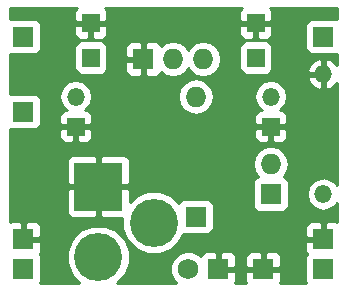
<source format=gbl>
G04 (created by PCBNEW (22-Jun-2014 BZR 4027)-stable) date Sun 09 Jul 2017 03:14:30 PM CDT*
%MOIN*%
G04 Gerber Fmt 3.4, Leading zero omitted, Abs format*
%FSLAX34Y34*%
G01*
G70*
G90*
G04 APERTURE LIST*
%ADD10C,0.00590551*%
%ADD11R,0.069X0.069*%
%ADD12O,0.069X0.069*%
%ADD13C,0.069*%
%ADD14O,0.059X0.059*%
%ADD15R,0.059X0.064*%
%ADD16R,0.16X0.16*%
%ADD17C,0.16*%
%ADD18R,0.059X0.059*%
%ADD19C,0.01*%
G04 APERTURE END LIST*
G54D10*
G54D11*
X102000Y-45000D03*
G54D12*
X103000Y-45000D03*
X104000Y-45000D03*
G54D11*
X104500Y-52000D03*
G54D13*
X103500Y-52000D03*
G54D11*
X106000Y-52000D03*
X98000Y-46750D03*
X108000Y-52000D03*
X108000Y-51000D03*
X108000Y-44250D03*
X98000Y-44250D03*
G54D14*
X108000Y-45500D03*
X108000Y-49500D03*
G54D11*
X106250Y-49500D03*
G54D12*
X106250Y-48500D03*
G54D11*
X103750Y-50250D03*
G54D12*
X103750Y-46250D03*
G54D15*
X100250Y-43800D03*
X100250Y-44950D03*
X105750Y-43800D03*
X105750Y-44950D03*
G54D16*
X100500Y-49250D03*
G54D17*
X100500Y-51600D03*
X102350Y-50450D03*
G54D11*
X98000Y-52000D03*
X98000Y-51000D03*
G54D18*
X99750Y-47250D03*
G54D14*
X99750Y-46250D03*
G54D18*
X106250Y-47250D03*
G54D14*
X106250Y-46250D03*
G54D10*
G36*
X108450Y-50427D02*
X108394Y-50404D01*
X108112Y-50405D01*
X108050Y-50467D01*
X108050Y-50950D01*
X108057Y-50950D01*
X108057Y-51050D01*
X108050Y-51050D01*
X108050Y-51057D01*
X107950Y-51057D01*
X107950Y-51050D01*
X107950Y-50950D01*
X107950Y-50467D01*
X107887Y-50405D01*
X107605Y-50404D01*
X107513Y-50442D01*
X107443Y-50513D01*
X107405Y-50605D01*
X107404Y-50704D01*
X107405Y-50887D01*
X107467Y-50950D01*
X107950Y-50950D01*
X107950Y-51050D01*
X107467Y-51050D01*
X107405Y-51112D01*
X107404Y-51295D01*
X107405Y-51394D01*
X107443Y-51486D01*
X107456Y-51500D01*
X107443Y-51513D01*
X107405Y-51605D01*
X107404Y-51704D01*
X107404Y-52394D01*
X107427Y-52450D01*
X106845Y-52450D01*
X106845Y-49795D01*
X106845Y-49105D01*
X106807Y-49013D01*
X106736Y-48943D01*
X106679Y-48919D01*
X106799Y-48739D01*
X106845Y-48511D01*
X106845Y-48488D01*
X106799Y-48260D01*
X106795Y-48253D01*
X106795Y-47594D01*
X106795Y-46905D01*
X106757Y-46813D01*
X106686Y-46743D01*
X106594Y-46705D01*
X106547Y-46705D01*
X106635Y-46646D01*
X106753Y-46469D01*
X106795Y-46260D01*
X106795Y-46239D01*
X106753Y-46030D01*
X106635Y-45853D01*
X106458Y-45735D01*
X106295Y-45703D01*
X106295Y-45220D01*
X106295Y-44580D01*
X106295Y-44169D01*
X106295Y-43912D01*
X106232Y-43850D01*
X105800Y-43850D01*
X105800Y-44307D01*
X105862Y-44370D01*
X105995Y-44370D01*
X106094Y-44369D01*
X106186Y-44331D01*
X106257Y-44261D01*
X106295Y-44169D01*
X106295Y-44580D01*
X106257Y-44488D01*
X106186Y-44418D01*
X106094Y-44380D01*
X105995Y-44379D01*
X105700Y-44379D01*
X105700Y-44307D01*
X105700Y-43850D01*
X105267Y-43850D01*
X105205Y-43912D01*
X105204Y-44169D01*
X105242Y-44261D01*
X105313Y-44331D01*
X105405Y-44369D01*
X105504Y-44370D01*
X105637Y-44370D01*
X105700Y-44307D01*
X105700Y-44379D01*
X105405Y-44379D01*
X105313Y-44417D01*
X105243Y-44488D01*
X105205Y-44580D01*
X105204Y-44679D01*
X105204Y-45319D01*
X105242Y-45411D01*
X105313Y-45481D01*
X105405Y-45519D01*
X105504Y-45520D01*
X106094Y-45520D01*
X106186Y-45482D01*
X106256Y-45411D01*
X106294Y-45319D01*
X106295Y-45220D01*
X106295Y-45703D01*
X106250Y-45694D01*
X106041Y-45735D01*
X105864Y-45853D01*
X105746Y-46030D01*
X105705Y-46239D01*
X105705Y-46260D01*
X105746Y-46469D01*
X105864Y-46646D01*
X105952Y-46705D01*
X105905Y-46705D01*
X105813Y-46743D01*
X105742Y-46813D01*
X105704Y-46905D01*
X105705Y-47137D01*
X105767Y-47200D01*
X106200Y-47200D01*
X106200Y-47192D01*
X106300Y-47192D01*
X106300Y-47200D01*
X106732Y-47200D01*
X106795Y-47137D01*
X106795Y-46905D01*
X106795Y-47594D01*
X106795Y-47362D01*
X106732Y-47300D01*
X106300Y-47300D01*
X106300Y-47732D01*
X106362Y-47795D01*
X106495Y-47795D01*
X106594Y-47794D01*
X106686Y-47756D01*
X106757Y-47686D01*
X106795Y-47594D01*
X106795Y-48253D01*
X106670Y-48067D01*
X106477Y-47938D01*
X106250Y-47893D01*
X106200Y-47903D01*
X106200Y-47732D01*
X106200Y-47300D01*
X105767Y-47300D01*
X105705Y-47362D01*
X105704Y-47594D01*
X105742Y-47686D01*
X105813Y-47756D01*
X105905Y-47794D01*
X106004Y-47795D01*
X106137Y-47795D01*
X106200Y-47732D01*
X106200Y-47903D01*
X106022Y-47938D01*
X105829Y-48067D01*
X105700Y-48260D01*
X105655Y-48488D01*
X105655Y-48511D01*
X105700Y-48739D01*
X105820Y-48919D01*
X105763Y-48942D01*
X105693Y-49013D01*
X105655Y-49105D01*
X105654Y-49204D01*
X105654Y-49894D01*
X105692Y-49986D01*
X105763Y-50056D01*
X105855Y-50094D01*
X105954Y-50095D01*
X106644Y-50095D01*
X106736Y-50057D01*
X106806Y-49986D01*
X106844Y-49894D01*
X106845Y-49795D01*
X106845Y-52450D01*
X106572Y-52450D01*
X106594Y-52394D01*
X106595Y-52295D01*
X106595Y-51704D01*
X106594Y-51605D01*
X106556Y-51513D01*
X106486Y-51442D01*
X106394Y-51404D01*
X106112Y-51405D01*
X106050Y-51467D01*
X106050Y-51950D01*
X106532Y-51950D01*
X106595Y-51887D01*
X106595Y-51704D01*
X106595Y-52295D01*
X106595Y-52112D01*
X106532Y-52050D01*
X106050Y-52050D01*
X106050Y-52057D01*
X105950Y-52057D01*
X105950Y-52050D01*
X105950Y-51950D01*
X105950Y-51467D01*
X105887Y-51405D01*
X105605Y-51404D01*
X105513Y-51442D01*
X105443Y-51513D01*
X105405Y-51605D01*
X105404Y-51704D01*
X105405Y-51887D01*
X105467Y-51950D01*
X105950Y-51950D01*
X105950Y-52050D01*
X105467Y-52050D01*
X105405Y-52112D01*
X105404Y-52295D01*
X105405Y-52394D01*
X105427Y-52450D01*
X105072Y-52450D01*
X105094Y-52394D01*
X105095Y-52295D01*
X105095Y-51704D01*
X105094Y-51605D01*
X105056Y-51513D01*
X104986Y-51442D01*
X104894Y-51404D01*
X104612Y-51405D01*
X104595Y-51422D01*
X104595Y-45011D01*
X104595Y-44988D01*
X104549Y-44760D01*
X104420Y-44567D01*
X104227Y-44438D01*
X104000Y-44393D01*
X103772Y-44438D01*
X103579Y-44567D01*
X103499Y-44686D01*
X103420Y-44567D01*
X103227Y-44438D01*
X103000Y-44393D01*
X102772Y-44438D01*
X102579Y-44567D01*
X102557Y-44513D01*
X102486Y-44443D01*
X102394Y-44405D01*
X102295Y-44404D01*
X102112Y-44405D01*
X102050Y-44467D01*
X102050Y-44950D01*
X102057Y-44950D01*
X102057Y-45050D01*
X102050Y-45050D01*
X102050Y-45532D01*
X102112Y-45595D01*
X102295Y-45595D01*
X102394Y-45594D01*
X102486Y-45556D01*
X102557Y-45486D01*
X102579Y-45432D01*
X102772Y-45561D01*
X103000Y-45606D01*
X103227Y-45561D01*
X103420Y-45432D01*
X103500Y-45313D01*
X103579Y-45432D01*
X103772Y-45561D01*
X104000Y-45606D01*
X104227Y-45561D01*
X104420Y-45432D01*
X104549Y-45239D01*
X104595Y-45011D01*
X104595Y-51422D01*
X104550Y-51467D01*
X104550Y-51950D01*
X105032Y-51950D01*
X105095Y-51887D01*
X105095Y-51704D01*
X105095Y-52295D01*
X105095Y-52112D01*
X105032Y-52050D01*
X104550Y-52050D01*
X104550Y-52057D01*
X104450Y-52057D01*
X104450Y-52050D01*
X104442Y-52050D01*
X104442Y-51950D01*
X104450Y-51950D01*
X104450Y-51467D01*
X104387Y-51405D01*
X104345Y-51404D01*
X104345Y-50545D01*
X104345Y-49855D01*
X104345Y-49855D01*
X104345Y-46261D01*
X104345Y-46238D01*
X104299Y-46010D01*
X104170Y-45817D01*
X103977Y-45688D01*
X103750Y-45643D01*
X103522Y-45688D01*
X103329Y-45817D01*
X103200Y-46010D01*
X103155Y-46238D01*
X103155Y-46261D01*
X103200Y-46489D01*
X103329Y-46682D01*
X103522Y-46811D01*
X103750Y-46856D01*
X103977Y-46811D01*
X104170Y-46682D01*
X104299Y-46489D01*
X104345Y-46261D01*
X104345Y-49855D01*
X104307Y-49763D01*
X104236Y-49693D01*
X104144Y-49655D01*
X104045Y-49654D01*
X103355Y-49654D01*
X103263Y-49692D01*
X103193Y-49763D01*
X103179Y-49795D01*
X102945Y-49560D01*
X102559Y-49400D01*
X102142Y-49399D01*
X101950Y-49479D01*
X101950Y-45532D01*
X101950Y-45050D01*
X101950Y-44950D01*
X101950Y-44467D01*
X101887Y-44405D01*
X101704Y-44404D01*
X101605Y-44405D01*
X101513Y-44443D01*
X101442Y-44513D01*
X101404Y-44605D01*
X101405Y-44887D01*
X101467Y-44950D01*
X101950Y-44950D01*
X101950Y-45050D01*
X101467Y-45050D01*
X101405Y-45112D01*
X101404Y-45394D01*
X101442Y-45486D01*
X101513Y-45556D01*
X101605Y-45594D01*
X101704Y-45595D01*
X101887Y-45595D01*
X101950Y-45532D01*
X101950Y-49479D01*
X101756Y-49559D01*
X101550Y-49764D01*
X101550Y-48400D01*
X101512Y-48308D01*
X101441Y-48238D01*
X101349Y-48200D01*
X101250Y-48199D01*
X100795Y-48199D01*
X100795Y-45220D01*
X100795Y-44580D01*
X100795Y-44169D01*
X100795Y-43912D01*
X100732Y-43850D01*
X100300Y-43850D01*
X100300Y-44307D01*
X100362Y-44370D01*
X100495Y-44370D01*
X100594Y-44369D01*
X100686Y-44331D01*
X100757Y-44261D01*
X100795Y-44169D01*
X100795Y-44580D01*
X100757Y-44488D01*
X100686Y-44418D01*
X100594Y-44380D01*
X100495Y-44379D01*
X100200Y-44379D01*
X100200Y-44307D01*
X100200Y-43850D01*
X99767Y-43850D01*
X99705Y-43912D01*
X99704Y-44169D01*
X99742Y-44261D01*
X99813Y-44331D01*
X99905Y-44369D01*
X100004Y-44370D01*
X100137Y-44370D01*
X100200Y-44307D01*
X100200Y-44379D01*
X99905Y-44379D01*
X99813Y-44417D01*
X99743Y-44488D01*
X99705Y-44580D01*
X99704Y-44679D01*
X99704Y-45319D01*
X99742Y-45411D01*
X99813Y-45481D01*
X99905Y-45519D01*
X100004Y-45520D01*
X100594Y-45520D01*
X100686Y-45482D01*
X100756Y-45411D01*
X100794Y-45319D01*
X100795Y-45220D01*
X100795Y-48199D01*
X100612Y-48200D01*
X100550Y-48262D01*
X100550Y-49200D01*
X101487Y-49200D01*
X101550Y-49137D01*
X101550Y-48400D01*
X101550Y-49764D01*
X101550Y-49764D01*
X101550Y-49362D01*
X101487Y-49300D01*
X100550Y-49300D01*
X100550Y-50237D01*
X100612Y-50300D01*
X101250Y-50300D01*
X101300Y-50299D01*
X101299Y-50657D01*
X101459Y-51044D01*
X101754Y-51339D01*
X102140Y-51499D01*
X102557Y-51500D01*
X102944Y-51340D01*
X103239Y-51045D01*
X103327Y-50833D01*
X103355Y-50844D01*
X103454Y-50845D01*
X104144Y-50845D01*
X104236Y-50807D01*
X104306Y-50736D01*
X104344Y-50644D01*
X104345Y-50545D01*
X104345Y-51404D01*
X104105Y-51404D01*
X104013Y-51442D01*
X103943Y-51513D01*
X103917Y-51575D01*
X103837Y-51495D01*
X103618Y-51405D01*
X103382Y-51404D01*
X103163Y-51495D01*
X102995Y-51662D01*
X102905Y-51881D01*
X102904Y-52117D01*
X102995Y-52336D01*
X103108Y-52450D01*
X101134Y-52450D01*
X101389Y-52195D01*
X101549Y-51809D01*
X101550Y-51392D01*
X101390Y-51006D01*
X101095Y-50710D01*
X100709Y-50550D01*
X100450Y-50549D01*
X100450Y-50237D01*
X100450Y-49300D01*
X100450Y-49200D01*
X100450Y-48262D01*
X100387Y-48200D01*
X100295Y-48199D01*
X100295Y-47594D01*
X100295Y-46905D01*
X100257Y-46813D01*
X100186Y-46743D01*
X100094Y-46705D01*
X100047Y-46705D01*
X100135Y-46646D01*
X100253Y-46469D01*
X100295Y-46260D01*
X100295Y-46239D01*
X100253Y-46030D01*
X100135Y-45853D01*
X99958Y-45735D01*
X99750Y-45694D01*
X99541Y-45735D01*
X99364Y-45853D01*
X99246Y-46030D01*
X99205Y-46239D01*
X99205Y-46260D01*
X99246Y-46469D01*
X99364Y-46646D01*
X99452Y-46705D01*
X99405Y-46705D01*
X99313Y-46743D01*
X99242Y-46813D01*
X99204Y-46905D01*
X99205Y-47137D01*
X99267Y-47200D01*
X99700Y-47200D01*
X99700Y-47192D01*
X99800Y-47192D01*
X99800Y-47200D01*
X100232Y-47200D01*
X100295Y-47137D01*
X100295Y-46905D01*
X100295Y-47594D01*
X100295Y-47362D01*
X100232Y-47300D01*
X99800Y-47300D01*
X99800Y-47732D01*
X99862Y-47795D01*
X99995Y-47795D01*
X100094Y-47794D01*
X100186Y-47756D01*
X100257Y-47686D01*
X100295Y-47594D01*
X100295Y-48199D01*
X99749Y-48199D01*
X99700Y-48200D01*
X99700Y-47732D01*
X99700Y-47300D01*
X99267Y-47300D01*
X99205Y-47362D01*
X99204Y-47594D01*
X99242Y-47686D01*
X99313Y-47756D01*
X99405Y-47794D01*
X99504Y-47795D01*
X99637Y-47795D01*
X99700Y-47732D01*
X99700Y-48200D01*
X99650Y-48200D01*
X99558Y-48238D01*
X99487Y-48308D01*
X99449Y-48400D01*
X99450Y-49137D01*
X99512Y-49200D01*
X100450Y-49200D01*
X100450Y-49300D01*
X99512Y-49300D01*
X99450Y-49362D01*
X99449Y-50099D01*
X99487Y-50191D01*
X99558Y-50261D01*
X99650Y-50299D01*
X99749Y-50300D01*
X100387Y-50300D01*
X100450Y-50237D01*
X100450Y-50549D01*
X100292Y-50549D01*
X99906Y-50709D01*
X99610Y-51004D01*
X99450Y-51390D01*
X99449Y-51807D01*
X99609Y-52194D01*
X99864Y-52450D01*
X98572Y-52450D01*
X98594Y-52394D01*
X98595Y-52295D01*
X98595Y-51605D01*
X98557Y-51513D01*
X98543Y-51500D01*
X98556Y-51486D01*
X98594Y-51394D01*
X98595Y-51295D01*
X98595Y-50704D01*
X98594Y-50605D01*
X98556Y-50513D01*
X98486Y-50442D01*
X98394Y-50404D01*
X98112Y-50405D01*
X98050Y-50467D01*
X98050Y-50950D01*
X98532Y-50950D01*
X98595Y-50887D01*
X98595Y-50704D01*
X98595Y-51295D01*
X98595Y-51112D01*
X98532Y-51050D01*
X98050Y-51050D01*
X98050Y-51057D01*
X97950Y-51057D01*
X97950Y-51050D01*
X97942Y-51050D01*
X97942Y-50950D01*
X97950Y-50950D01*
X97950Y-50467D01*
X97887Y-50405D01*
X97605Y-50404D01*
X97550Y-50427D01*
X97550Y-47322D01*
X97605Y-47344D01*
X97704Y-47345D01*
X98394Y-47345D01*
X98486Y-47307D01*
X98556Y-47236D01*
X98594Y-47144D01*
X98595Y-47045D01*
X98595Y-46355D01*
X98557Y-46263D01*
X98486Y-46193D01*
X98394Y-46155D01*
X98295Y-46154D01*
X97605Y-46154D01*
X97550Y-46177D01*
X97550Y-44822D01*
X97605Y-44844D01*
X97704Y-44845D01*
X98394Y-44845D01*
X98486Y-44807D01*
X98556Y-44736D01*
X98594Y-44644D01*
X98595Y-44545D01*
X98595Y-43855D01*
X98557Y-43763D01*
X98486Y-43693D01*
X98394Y-43655D01*
X98295Y-43654D01*
X97605Y-43654D01*
X97550Y-43677D01*
X97550Y-43300D01*
X99781Y-43300D01*
X99742Y-43338D01*
X99704Y-43430D01*
X99705Y-43687D01*
X99767Y-43750D01*
X100200Y-43750D01*
X100200Y-43742D01*
X100300Y-43742D01*
X100300Y-43750D01*
X100732Y-43750D01*
X100795Y-43687D01*
X100795Y-43430D01*
X100757Y-43338D01*
X100718Y-43300D01*
X105281Y-43300D01*
X105242Y-43338D01*
X105204Y-43430D01*
X105205Y-43687D01*
X105267Y-43750D01*
X105700Y-43750D01*
X105700Y-43742D01*
X105800Y-43742D01*
X105800Y-43750D01*
X106232Y-43750D01*
X106295Y-43687D01*
X106295Y-43430D01*
X106257Y-43338D01*
X106218Y-43300D01*
X108450Y-43300D01*
X108450Y-43677D01*
X108394Y-43655D01*
X108295Y-43654D01*
X107605Y-43654D01*
X107513Y-43692D01*
X107443Y-43763D01*
X107405Y-43855D01*
X107404Y-43954D01*
X107404Y-44644D01*
X107442Y-44736D01*
X107513Y-44806D01*
X107605Y-44844D01*
X107704Y-44845D01*
X108394Y-44845D01*
X108450Y-44822D01*
X108450Y-45201D01*
X108436Y-45173D01*
X108278Y-45031D01*
X108134Y-44971D01*
X108050Y-45020D01*
X108050Y-45450D01*
X108057Y-45450D01*
X108057Y-45550D01*
X108050Y-45550D01*
X108050Y-45979D01*
X108134Y-46028D01*
X108278Y-45968D01*
X108436Y-45826D01*
X108450Y-45798D01*
X108450Y-49200D01*
X108385Y-49103D01*
X108208Y-48985D01*
X108000Y-48944D01*
X107950Y-48954D01*
X107950Y-45979D01*
X107950Y-45550D01*
X107950Y-45450D01*
X107950Y-45020D01*
X107865Y-44971D01*
X107721Y-45031D01*
X107563Y-45173D01*
X107471Y-45365D01*
X107519Y-45450D01*
X107950Y-45450D01*
X107950Y-45550D01*
X107519Y-45550D01*
X107471Y-45634D01*
X107563Y-45826D01*
X107721Y-45968D01*
X107865Y-46028D01*
X107950Y-45979D01*
X107950Y-48954D01*
X107791Y-48985D01*
X107614Y-49103D01*
X107496Y-49280D01*
X107455Y-49489D01*
X107455Y-49510D01*
X107496Y-49719D01*
X107614Y-49896D01*
X107791Y-50014D01*
X108000Y-50055D01*
X108208Y-50014D01*
X108385Y-49896D01*
X108450Y-49799D01*
X108450Y-50427D01*
X108450Y-50427D01*
G37*
G54D19*
X108450Y-50427D02*
X108394Y-50404D01*
X108112Y-50405D01*
X108050Y-50467D01*
X108050Y-50950D01*
X108057Y-50950D01*
X108057Y-51050D01*
X108050Y-51050D01*
X108050Y-51057D01*
X107950Y-51057D01*
X107950Y-51050D01*
X107950Y-50950D01*
X107950Y-50467D01*
X107887Y-50405D01*
X107605Y-50404D01*
X107513Y-50442D01*
X107443Y-50513D01*
X107405Y-50605D01*
X107404Y-50704D01*
X107405Y-50887D01*
X107467Y-50950D01*
X107950Y-50950D01*
X107950Y-51050D01*
X107467Y-51050D01*
X107405Y-51112D01*
X107404Y-51295D01*
X107405Y-51394D01*
X107443Y-51486D01*
X107456Y-51500D01*
X107443Y-51513D01*
X107405Y-51605D01*
X107404Y-51704D01*
X107404Y-52394D01*
X107427Y-52450D01*
X106845Y-52450D01*
X106845Y-49795D01*
X106845Y-49105D01*
X106807Y-49013D01*
X106736Y-48943D01*
X106679Y-48919D01*
X106799Y-48739D01*
X106845Y-48511D01*
X106845Y-48488D01*
X106799Y-48260D01*
X106795Y-48253D01*
X106795Y-47594D01*
X106795Y-46905D01*
X106757Y-46813D01*
X106686Y-46743D01*
X106594Y-46705D01*
X106547Y-46705D01*
X106635Y-46646D01*
X106753Y-46469D01*
X106795Y-46260D01*
X106795Y-46239D01*
X106753Y-46030D01*
X106635Y-45853D01*
X106458Y-45735D01*
X106295Y-45703D01*
X106295Y-45220D01*
X106295Y-44580D01*
X106295Y-44169D01*
X106295Y-43912D01*
X106232Y-43850D01*
X105800Y-43850D01*
X105800Y-44307D01*
X105862Y-44370D01*
X105995Y-44370D01*
X106094Y-44369D01*
X106186Y-44331D01*
X106257Y-44261D01*
X106295Y-44169D01*
X106295Y-44580D01*
X106257Y-44488D01*
X106186Y-44418D01*
X106094Y-44380D01*
X105995Y-44379D01*
X105700Y-44379D01*
X105700Y-44307D01*
X105700Y-43850D01*
X105267Y-43850D01*
X105205Y-43912D01*
X105204Y-44169D01*
X105242Y-44261D01*
X105313Y-44331D01*
X105405Y-44369D01*
X105504Y-44370D01*
X105637Y-44370D01*
X105700Y-44307D01*
X105700Y-44379D01*
X105405Y-44379D01*
X105313Y-44417D01*
X105243Y-44488D01*
X105205Y-44580D01*
X105204Y-44679D01*
X105204Y-45319D01*
X105242Y-45411D01*
X105313Y-45481D01*
X105405Y-45519D01*
X105504Y-45520D01*
X106094Y-45520D01*
X106186Y-45482D01*
X106256Y-45411D01*
X106294Y-45319D01*
X106295Y-45220D01*
X106295Y-45703D01*
X106250Y-45694D01*
X106041Y-45735D01*
X105864Y-45853D01*
X105746Y-46030D01*
X105705Y-46239D01*
X105705Y-46260D01*
X105746Y-46469D01*
X105864Y-46646D01*
X105952Y-46705D01*
X105905Y-46705D01*
X105813Y-46743D01*
X105742Y-46813D01*
X105704Y-46905D01*
X105705Y-47137D01*
X105767Y-47200D01*
X106200Y-47200D01*
X106200Y-47192D01*
X106300Y-47192D01*
X106300Y-47200D01*
X106732Y-47200D01*
X106795Y-47137D01*
X106795Y-46905D01*
X106795Y-47594D01*
X106795Y-47362D01*
X106732Y-47300D01*
X106300Y-47300D01*
X106300Y-47732D01*
X106362Y-47795D01*
X106495Y-47795D01*
X106594Y-47794D01*
X106686Y-47756D01*
X106757Y-47686D01*
X106795Y-47594D01*
X106795Y-48253D01*
X106670Y-48067D01*
X106477Y-47938D01*
X106250Y-47893D01*
X106200Y-47903D01*
X106200Y-47732D01*
X106200Y-47300D01*
X105767Y-47300D01*
X105705Y-47362D01*
X105704Y-47594D01*
X105742Y-47686D01*
X105813Y-47756D01*
X105905Y-47794D01*
X106004Y-47795D01*
X106137Y-47795D01*
X106200Y-47732D01*
X106200Y-47903D01*
X106022Y-47938D01*
X105829Y-48067D01*
X105700Y-48260D01*
X105655Y-48488D01*
X105655Y-48511D01*
X105700Y-48739D01*
X105820Y-48919D01*
X105763Y-48942D01*
X105693Y-49013D01*
X105655Y-49105D01*
X105654Y-49204D01*
X105654Y-49894D01*
X105692Y-49986D01*
X105763Y-50056D01*
X105855Y-50094D01*
X105954Y-50095D01*
X106644Y-50095D01*
X106736Y-50057D01*
X106806Y-49986D01*
X106844Y-49894D01*
X106845Y-49795D01*
X106845Y-52450D01*
X106572Y-52450D01*
X106594Y-52394D01*
X106595Y-52295D01*
X106595Y-51704D01*
X106594Y-51605D01*
X106556Y-51513D01*
X106486Y-51442D01*
X106394Y-51404D01*
X106112Y-51405D01*
X106050Y-51467D01*
X106050Y-51950D01*
X106532Y-51950D01*
X106595Y-51887D01*
X106595Y-51704D01*
X106595Y-52295D01*
X106595Y-52112D01*
X106532Y-52050D01*
X106050Y-52050D01*
X106050Y-52057D01*
X105950Y-52057D01*
X105950Y-52050D01*
X105950Y-51950D01*
X105950Y-51467D01*
X105887Y-51405D01*
X105605Y-51404D01*
X105513Y-51442D01*
X105443Y-51513D01*
X105405Y-51605D01*
X105404Y-51704D01*
X105405Y-51887D01*
X105467Y-51950D01*
X105950Y-51950D01*
X105950Y-52050D01*
X105467Y-52050D01*
X105405Y-52112D01*
X105404Y-52295D01*
X105405Y-52394D01*
X105427Y-52450D01*
X105072Y-52450D01*
X105094Y-52394D01*
X105095Y-52295D01*
X105095Y-51704D01*
X105094Y-51605D01*
X105056Y-51513D01*
X104986Y-51442D01*
X104894Y-51404D01*
X104612Y-51405D01*
X104595Y-51422D01*
X104595Y-45011D01*
X104595Y-44988D01*
X104549Y-44760D01*
X104420Y-44567D01*
X104227Y-44438D01*
X104000Y-44393D01*
X103772Y-44438D01*
X103579Y-44567D01*
X103499Y-44686D01*
X103420Y-44567D01*
X103227Y-44438D01*
X103000Y-44393D01*
X102772Y-44438D01*
X102579Y-44567D01*
X102557Y-44513D01*
X102486Y-44443D01*
X102394Y-44405D01*
X102295Y-44404D01*
X102112Y-44405D01*
X102050Y-44467D01*
X102050Y-44950D01*
X102057Y-44950D01*
X102057Y-45050D01*
X102050Y-45050D01*
X102050Y-45532D01*
X102112Y-45595D01*
X102295Y-45595D01*
X102394Y-45594D01*
X102486Y-45556D01*
X102557Y-45486D01*
X102579Y-45432D01*
X102772Y-45561D01*
X103000Y-45606D01*
X103227Y-45561D01*
X103420Y-45432D01*
X103500Y-45313D01*
X103579Y-45432D01*
X103772Y-45561D01*
X104000Y-45606D01*
X104227Y-45561D01*
X104420Y-45432D01*
X104549Y-45239D01*
X104595Y-45011D01*
X104595Y-51422D01*
X104550Y-51467D01*
X104550Y-51950D01*
X105032Y-51950D01*
X105095Y-51887D01*
X105095Y-51704D01*
X105095Y-52295D01*
X105095Y-52112D01*
X105032Y-52050D01*
X104550Y-52050D01*
X104550Y-52057D01*
X104450Y-52057D01*
X104450Y-52050D01*
X104442Y-52050D01*
X104442Y-51950D01*
X104450Y-51950D01*
X104450Y-51467D01*
X104387Y-51405D01*
X104345Y-51404D01*
X104345Y-50545D01*
X104345Y-49855D01*
X104345Y-49855D01*
X104345Y-46261D01*
X104345Y-46238D01*
X104299Y-46010D01*
X104170Y-45817D01*
X103977Y-45688D01*
X103750Y-45643D01*
X103522Y-45688D01*
X103329Y-45817D01*
X103200Y-46010D01*
X103155Y-46238D01*
X103155Y-46261D01*
X103200Y-46489D01*
X103329Y-46682D01*
X103522Y-46811D01*
X103750Y-46856D01*
X103977Y-46811D01*
X104170Y-46682D01*
X104299Y-46489D01*
X104345Y-46261D01*
X104345Y-49855D01*
X104307Y-49763D01*
X104236Y-49693D01*
X104144Y-49655D01*
X104045Y-49654D01*
X103355Y-49654D01*
X103263Y-49692D01*
X103193Y-49763D01*
X103179Y-49795D01*
X102945Y-49560D01*
X102559Y-49400D01*
X102142Y-49399D01*
X101950Y-49479D01*
X101950Y-45532D01*
X101950Y-45050D01*
X101950Y-44950D01*
X101950Y-44467D01*
X101887Y-44405D01*
X101704Y-44404D01*
X101605Y-44405D01*
X101513Y-44443D01*
X101442Y-44513D01*
X101404Y-44605D01*
X101405Y-44887D01*
X101467Y-44950D01*
X101950Y-44950D01*
X101950Y-45050D01*
X101467Y-45050D01*
X101405Y-45112D01*
X101404Y-45394D01*
X101442Y-45486D01*
X101513Y-45556D01*
X101605Y-45594D01*
X101704Y-45595D01*
X101887Y-45595D01*
X101950Y-45532D01*
X101950Y-49479D01*
X101756Y-49559D01*
X101550Y-49764D01*
X101550Y-48400D01*
X101512Y-48308D01*
X101441Y-48238D01*
X101349Y-48200D01*
X101250Y-48199D01*
X100795Y-48199D01*
X100795Y-45220D01*
X100795Y-44580D01*
X100795Y-44169D01*
X100795Y-43912D01*
X100732Y-43850D01*
X100300Y-43850D01*
X100300Y-44307D01*
X100362Y-44370D01*
X100495Y-44370D01*
X100594Y-44369D01*
X100686Y-44331D01*
X100757Y-44261D01*
X100795Y-44169D01*
X100795Y-44580D01*
X100757Y-44488D01*
X100686Y-44418D01*
X100594Y-44380D01*
X100495Y-44379D01*
X100200Y-44379D01*
X100200Y-44307D01*
X100200Y-43850D01*
X99767Y-43850D01*
X99705Y-43912D01*
X99704Y-44169D01*
X99742Y-44261D01*
X99813Y-44331D01*
X99905Y-44369D01*
X100004Y-44370D01*
X100137Y-44370D01*
X100200Y-44307D01*
X100200Y-44379D01*
X99905Y-44379D01*
X99813Y-44417D01*
X99743Y-44488D01*
X99705Y-44580D01*
X99704Y-44679D01*
X99704Y-45319D01*
X99742Y-45411D01*
X99813Y-45481D01*
X99905Y-45519D01*
X100004Y-45520D01*
X100594Y-45520D01*
X100686Y-45482D01*
X100756Y-45411D01*
X100794Y-45319D01*
X100795Y-45220D01*
X100795Y-48199D01*
X100612Y-48200D01*
X100550Y-48262D01*
X100550Y-49200D01*
X101487Y-49200D01*
X101550Y-49137D01*
X101550Y-48400D01*
X101550Y-49764D01*
X101550Y-49764D01*
X101550Y-49362D01*
X101487Y-49300D01*
X100550Y-49300D01*
X100550Y-50237D01*
X100612Y-50300D01*
X101250Y-50300D01*
X101300Y-50299D01*
X101299Y-50657D01*
X101459Y-51044D01*
X101754Y-51339D01*
X102140Y-51499D01*
X102557Y-51500D01*
X102944Y-51340D01*
X103239Y-51045D01*
X103327Y-50833D01*
X103355Y-50844D01*
X103454Y-50845D01*
X104144Y-50845D01*
X104236Y-50807D01*
X104306Y-50736D01*
X104344Y-50644D01*
X104345Y-50545D01*
X104345Y-51404D01*
X104105Y-51404D01*
X104013Y-51442D01*
X103943Y-51513D01*
X103917Y-51575D01*
X103837Y-51495D01*
X103618Y-51405D01*
X103382Y-51404D01*
X103163Y-51495D01*
X102995Y-51662D01*
X102905Y-51881D01*
X102904Y-52117D01*
X102995Y-52336D01*
X103108Y-52450D01*
X101134Y-52450D01*
X101389Y-52195D01*
X101549Y-51809D01*
X101550Y-51392D01*
X101390Y-51006D01*
X101095Y-50710D01*
X100709Y-50550D01*
X100450Y-50549D01*
X100450Y-50237D01*
X100450Y-49300D01*
X100450Y-49200D01*
X100450Y-48262D01*
X100387Y-48200D01*
X100295Y-48199D01*
X100295Y-47594D01*
X100295Y-46905D01*
X100257Y-46813D01*
X100186Y-46743D01*
X100094Y-46705D01*
X100047Y-46705D01*
X100135Y-46646D01*
X100253Y-46469D01*
X100295Y-46260D01*
X100295Y-46239D01*
X100253Y-46030D01*
X100135Y-45853D01*
X99958Y-45735D01*
X99750Y-45694D01*
X99541Y-45735D01*
X99364Y-45853D01*
X99246Y-46030D01*
X99205Y-46239D01*
X99205Y-46260D01*
X99246Y-46469D01*
X99364Y-46646D01*
X99452Y-46705D01*
X99405Y-46705D01*
X99313Y-46743D01*
X99242Y-46813D01*
X99204Y-46905D01*
X99205Y-47137D01*
X99267Y-47200D01*
X99700Y-47200D01*
X99700Y-47192D01*
X99800Y-47192D01*
X99800Y-47200D01*
X100232Y-47200D01*
X100295Y-47137D01*
X100295Y-46905D01*
X100295Y-47594D01*
X100295Y-47362D01*
X100232Y-47300D01*
X99800Y-47300D01*
X99800Y-47732D01*
X99862Y-47795D01*
X99995Y-47795D01*
X100094Y-47794D01*
X100186Y-47756D01*
X100257Y-47686D01*
X100295Y-47594D01*
X100295Y-48199D01*
X99749Y-48199D01*
X99700Y-48200D01*
X99700Y-47732D01*
X99700Y-47300D01*
X99267Y-47300D01*
X99205Y-47362D01*
X99204Y-47594D01*
X99242Y-47686D01*
X99313Y-47756D01*
X99405Y-47794D01*
X99504Y-47795D01*
X99637Y-47795D01*
X99700Y-47732D01*
X99700Y-48200D01*
X99650Y-48200D01*
X99558Y-48238D01*
X99487Y-48308D01*
X99449Y-48400D01*
X99450Y-49137D01*
X99512Y-49200D01*
X100450Y-49200D01*
X100450Y-49300D01*
X99512Y-49300D01*
X99450Y-49362D01*
X99449Y-50099D01*
X99487Y-50191D01*
X99558Y-50261D01*
X99650Y-50299D01*
X99749Y-50300D01*
X100387Y-50300D01*
X100450Y-50237D01*
X100450Y-50549D01*
X100292Y-50549D01*
X99906Y-50709D01*
X99610Y-51004D01*
X99450Y-51390D01*
X99449Y-51807D01*
X99609Y-52194D01*
X99864Y-52450D01*
X98572Y-52450D01*
X98594Y-52394D01*
X98595Y-52295D01*
X98595Y-51605D01*
X98557Y-51513D01*
X98543Y-51500D01*
X98556Y-51486D01*
X98594Y-51394D01*
X98595Y-51295D01*
X98595Y-50704D01*
X98594Y-50605D01*
X98556Y-50513D01*
X98486Y-50442D01*
X98394Y-50404D01*
X98112Y-50405D01*
X98050Y-50467D01*
X98050Y-50950D01*
X98532Y-50950D01*
X98595Y-50887D01*
X98595Y-50704D01*
X98595Y-51295D01*
X98595Y-51112D01*
X98532Y-51050D01*
X98050Y-51050D01*
X98050Y-51057D01*
X97950Y-51057D01*
X97950Y-51050D01*
X97942Y-51050D01*
X97942Y-50950D01*
X97950Y-50950D01*
X97950Y-50467D01*
X97887Y-50405D01*
X97605Y-50404D01*
X97550Y-50427D01*
X97550Y-47322D01*
X97605Y-47344D01*
X97704Y-47345D01*
X98394Y-47345D01*
X98486Y-47307D01*
X98556Y-47236D01*
X98594Y-47144D01*
X98595Y-47045D01*
X98595Y-46355D01*
X98557Y-46263D01*
X98486Y-46193D01*
X98394Y-46155D01*
X98295Y-46154D01*
X97605Y-46154D01*
X97550Y-46177D01*
X97550Y-44822D01*
X97605Y-44844D01*
X97704Y-44845D01*
X98394Y-44845D01*
X98486Y-44807D01*
X98556Y-44736D01*
X98594Y-44644D01*
X98595Y-44545D01*
X98595Y-43855D01*
X98557Y-43763D01*
X98486Y-43693D01*
X98394Y-43655D01*
X98295Y-43654D01*
X97605Y-43654D01*
X97550Y-43677D01*
X97550Y-43300D01*
X99781Y-43300D01*
X99742Y-43338D01*
X99704Y-43430D01*
X99705Y-43687D01*
X99767Y-43750D01*
X100200Y-43750D01*
X100200Y-43742D01*
X100300Y-43742D01*
X100300Y-43750D01*
X100732Y-43750D01*
X100795Y-43687D01*
X100795Y-43430D01*
X100757Y-43338D01*
X100718Y-43300D01*
X105281Y-43300D01*
X105242Y-43338D01*
X105204Y-43430D01*
X105205Y-43687D01*
X105267Y-43750D01*
X105700Y-43750D01*
X105700Y-43742D01*
X105800Y-43742D01*
X105800Y-43750D01*
X106232Y-43750D01*
X106295Y-43687D01*
X106295Y-43430D01*
X106257Y-43338D01*
X106218Y-43300D01*
X108450Y-43300D01*
X108450Y-43677D01*
X108394Y-43655D01*
X108295Y-43654D01*
X107605Y-43654D01*
X107513Y-43692D01*
X107443Y-43763D01*
X107405Y-43855D01*
X107404Y-43954D01*
X107404Y-44644D01*
X107442Y-44736D01*
X107513Y-44806D01*
X107605Y-44844D01*
X107704Y-44845D01*
X108394Y-44845D01*
X108450Y-44822D01*
X108450Y-45201D01*
X108436Y-45173D01*
X108278Y-45031D01*
X108134Y-44971D01*
X108050Y-45020D01*
X108050Y-45450D01*
X108057Y-45450D01*
X108057Y-45550D01*
X108050Y-45550D01*
X108050Y-45979D01*
X108134Y-46028D01*
X108278Y-45968D01*
X108436Y-45826D01*
X108450Y-45798D01*
X108450Y-49200D01*
X108385Y-49103D01*
X108208Y-48985D01*
X108000Y-48944D01*
X107950Y-48954D01*
X107950Y-45979D01*
X107950Y-45550D01*
X107950Y-45450D01*
X107950Y-45020D01*
X107865Y-44971D01*
X107721Y-45031D01*
X107563Y-45173D01*
X107471Y-45365D01*
X107519Y-45450D01*
X107950Y-45450D01*
X107950Y-45550D01*
X107519Y-45550D01*
X107471Y-45634D01*
X107563Y-45826D01*
X107721Y-45968D01*
X107865Y-46028D01*
X107950Y-45979D01*
X107950Y-48954D01*
X107791Y-48985D01*
X107614Y-49103D01*
X107496Y-49280D01*
X107455Y-49489D01*
X107455Y-49510D01*
X107496Y-49719D01*
X107614Y-49896D01*
X107791Y-50014D01*
X108000Y-50055D01*
X108208Y-50014D01*
X108385Y-49896D01*
X108450Y-49799D01*
X108450Y-50427D01*
M02*

</source>
